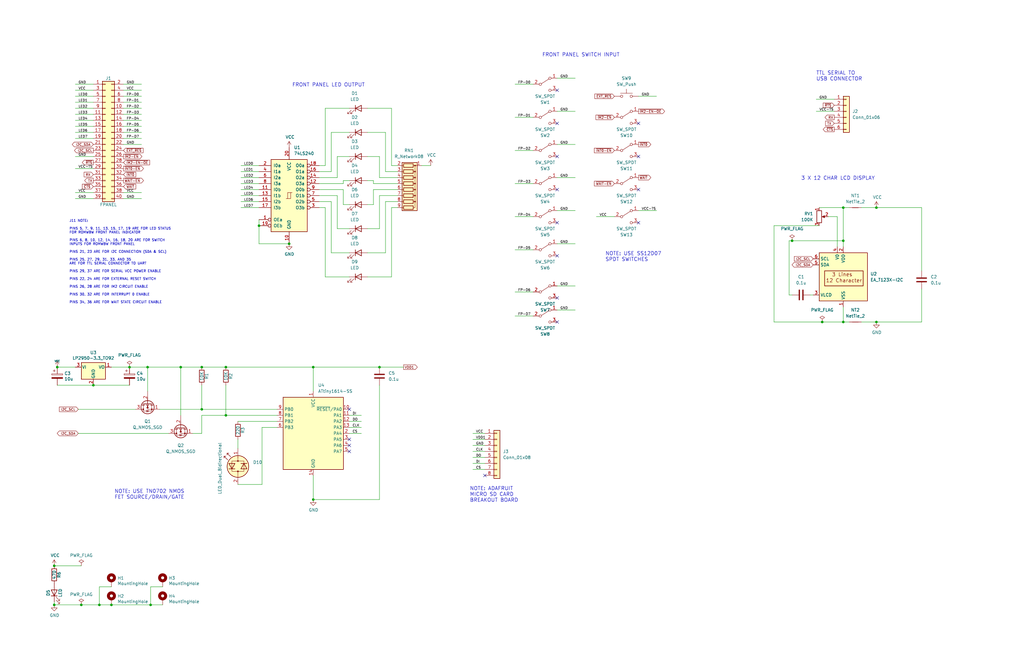
<source format=kicad_sch>
(kicad_sch (version 20211123) (generator eeschema)
  (paper "B")
  (lib_symbols
    (symbol "74xx:74LS240" (pin_names (offset 1.016))
      (property "Reference" "U" (at -7.62 16.51 0))
      (property "Value" "74LS240" (at -7.62 -16.51 0))
      (symbol "74LS240_1_0"
        (pin input inverted (at -12.7 -10.16 0) (length 5.08) (name "OEa") (number "1"))
        (pin power_in line (at 0 -20.32 90) (length 5.08) (name "GND") (number "10"))
        (pin input line (at -12.7 2.54 0) (length 5.08) (name "I0b") (number "11"))
        (pin tri_state inverted (at 12.7 5.08 180) (length 5.08) (name "O3a") (number "12"))
        (pin input line (at -12.7 0 0) (length 5.08) (name "I1b") (number "13"))
        (pin tri_state inverted (at 12.7 7.62 180) (length 5.08) (name "O2a") (number "14"))
        (pin input line (at -12.7 -2.54 0) (length 5.08) (name "I2b") (number "15"))
        (pin tri_state inverted (at 12.7 10.16 180) (length 5.08) (name "O1a") (number "16"))
        (pin input line (at -12.7 -5.08 0) (length 5.08) (name "I3b") (number "17"))
        (pin tri_state inverted (at 12.7 12.7 180) (length 5.08) (name "O0a") (number "18"))
        (pin input inverted (at -12.7 -12.7 0) (length 5.08) (name "OEb") (number "19"))
        (pin input line (at -12.7 12.7 0) (length 5.08) (name "I0a") (number "2"))
        (pin power_in line (at 0 20.32 270) (length 5.08) (name "VCC") (number "20"))
        (pin tri_state inverted (at 12.7 -5.08 180) (length 5.08) (name "O3b") (number "3"))
        (pin input line (at -12.7 10.16 0) (length 5.08) (name "I1a") (number "4"))
        (pin tri_state inverted (at 12.7 -2.54 180) (length 5.08) (name "O2b") (number "5"))
        (pin input line (at -12.7 7.62 0) (length 5.08) (name "I2a") (number "6"))
        (pin tri_state inverted (at 12.7 0 180) (length 5.08) (name "O1b") (number "7"))
        (pin input line (at -12.7 5.08 0) (length 5.08) (name "I3a") (number "8"))
        (pin tri_state inverted (at 12.7 2.54 180) (length 5.08) (name "O0b") (number "9"))
      )
    )
    (symbol "Connector_Generic:Conn_01x06" (pin_names (offset 1.016) hide)
      (property "Reference" "J" (at 0 7.62 0))
      (property "Value" "Conn_01x06" (at 0 -10.16 0))
      (symbol "Conn_01x06_1_1"
        (pin passive line (at -5.08 5.08 0) (length 3.81) (name "Pin_1") (number "1"))
        (pin passive line (at -5.08 2.54 0) (length 3.81) (name "Pin_2") (number "2"))
        (pin passive line (at -5.08 0 0) (length 3.81) (name "Pin_3") (number "3"))
        (pin passive line (at -5.08 -2.54 0) (length 3.81) (name "Pin_4") (number "4"))
        (pin passive line (at -5.08 -5.08 0) (length 3.81) (name "Pin_5") (number "5"))
        (pin passive line (at -5.08 -7.62 0) (length 3.81) (name "Pin_6") (number "6"))
      )
    )
    (symbol "Connector_Generic:Conn_01x08" (pin_names (offset 1.016) hide)
      (property "Reference" "J" (at 0 10.16 0))
      (property "Value" "Conn_01x08" (at 0 -12.7 0))
      (symbol "Conn_01x08_1_1"
        (pin passive line (at -5.08 7.62 0) (length 3.81) (name "Pin_1") (number "1"))
        (pin passive line (at -5.08 5.08 0) (length 3.81) (name "Pin_2") (number "2"))
        (pin passive line (at -5.08 2.54 0) (length 3.81) (name "Pin_3") (number "3"))
        (pin passive line (at -5.08 0 0) (length 3.81) (name "Pin_4") (number "4"))
        (pin passive line (at -5.08 -2.54 0) (length 3.81) (name "Pin_5") (number "5"))
        (pin passive line (at -5.08 -5.08 0) (length 3.81) (name "Pin_6") (number "6"))
        (pin passive line (at -5.08 -7.62 0) (length 3.81) (name "Pin_7") (number "7"))
        (pin passive line (at -5.08 -10.16 0) (length 3.81) (name "Pin_8") (number "8"))
      )
    )
    (symbol "Connector_Generic:Conn_02x20_Odd_Even" (pin_names (offset 1.016) hide)
      (property "Reference" "J" (at 1.27 25.4 0))
      (property "Value" "Conn_02x20_Odd_Even" (at 1.27 -27.94 0))
      (symbol "Conn_02x20_Odd_Even_1_1"
        (pin passive line (at -5.08 22.86 0) (length 3.81) (name "Pin_1") (number "1"))
        (pin passive line (at 7.62 12.7 180) (length 3.81) (name "Pin_10") (number "10"))
        (pin passive line (at -5.08 10.16 0) (length 3.81) (name "Pin_11") (number "11"))
        (pin passive line (at 7.62 10.16 180) (length 3.81) (name "Pin_12") (number "12"))
        (pin passive line (at -5.08 7.62 0) (length 3.81) (name "Pin_13") (number "13"))
        (pin passive line (at 7.62 7.62 180) (length 3.81) (name "Pin_14") (number "14"))
        (pin passive line (at -5.08 5.08 0) (length 3.81) (name "Pin_15") (number "15"))
        (pin passive line (at 7.62 5.08 180) (length 3.81) (name "Pin_16") (number "16"))
        (pin passive line (at -5.08 2.54 0) (length 3.81) (name "Pin_17") (number "17"))
        (pin passive line (at 7.62 2.54 180) (length 3.81) (name "Pin_18") (number "18"))
        (pin passive line (at -5.08 0 0) (length 3.81) (name "Pin_19") (number "19"))
        (pin passive line (at 7.62 22.86 180) (length 3.81) (name "Pin_2") (number "2"))
        (pin passive line (at 7.62 0 180) (length 3.81) (name "Pin_20") (number "20"))
        (pin passive line (at -5.08 -2.54 0) (length 3.81) (name "Pin_21") (number "21"))
        (pin passive line (at 7.62 -2.54 180) (length 3.81) (name "Pin_22") (number "22"))
        (pin passive line (at -5.08 -5.08 0) (length 3.81) (name "Pin_23") (number "23"))
        (pin passive line (at 7.62 -5.08 180) (length 3.81) (name "Pin_24") (number "24"))
        (pin passive line (at -5.08 -7.62 0) (length 3.81) (name "Pin_25") (number "25"))
        (pin passive line (at 7.62 -7.62 180) (length 3.81) (name "Pin_26") (number "26"))
        (pin passive line (at -5.08 -10.16 0) (length 3.81) (name "Pin_27") (number "27"))
        (pin passive line (at 7.62 -10.16 180) (length 3.81) (name "Pin_28") (number "28"))
        (pin passive line (at -5.08 -12.7 0) (length 3.81) (name "Pin_29") (number "29"))
        (pin passive line (at -5.08 20.32 0) (length 3.81) (name "Pin_3") (number "3"))
        (pin passive line (at 7.62 -12.7 180) (length 3.81) (name "Pin_30") (number "30"))
        (pin passive line (at -5.08 -15.24 0) (length 3.81) (name "Pin_31") (number "31"))
        (pin passive line (at 7.62 -15.24 180) (length 3.81) (name "Pin_32") (number "32"))
        (pin passive line (at -5.08 -17.78 0) (length 3.81) (name "Pin_33") (number "33"))
        (pin passive line (at 7.62 -17.78 180) (length 3.81) (name "Pin_34") (number "34"))
        (pin passive line (at -5.08 -20.32 0) (length 3.81) (name "Pin_35") (number "35"))
        (pin passive line (at 7.62 -20.32 180) (length 3.81) (name "Pin_36") (number "36"))
        (pin passive line (at -5.08 -22.86 0) (length 3.81) (name "Pin_37") (number "37"))
        (pin passive line (at 7.62 -22.86 180) (length 3.81) (name "Pin_38") (number "38"))
        (pin passive line (at -5.08 -25.4 0) (length 3.81) (name "Pin_39") (number "39"))
        (pin passive line (at 7.62 20.32 180) (length 3.81) (name "Pin_4") (number "4"))
        (pin passive line (at 7.62 -25.4 180) (length 3.81) (name "Pin_40") (number "40"))
        (pin passive line (at -5.08 17.78 0) (length 3.81) (name "Pin_5") (number "5"))
        (pin passive line (at 7.62 17.78 180) (length 3.81) (name "Pin_6") (number "6"))
        (pin passive line (at -5.08 15.24 0) (length 3.81) (name "Pin_7") (number "7"))
        (pin passive line (at 7.62 15.24 180) (length 3.81) (name "Pin_8") (number "8"))
        (pin passive line (at -5.08 12.7 0) (length 3.81) (name "Pin_9") (number "9"))
      )
    )
    (symbol "Device:C" (pin_numbers hide) (pin_names (offset 0.254))
      (property "Reference" "C" (at 0.635 2.54 0))
      (property "Value" "C" (at 0.635 -2.54 0))
      (symbol "C_1_1"
        (pin passive line (at 0 3.81 270) (length 2.794) (name "~") (number "1"))
        (pin passive line (at 0 -3.81 90) (length 2.794) (name "~") (number "2"))
      )
    )
    (symbol "Device:C_Polarized" (pin_numbers hide) (pin_names (offset 0.254))
      (property "Reference" "C" (at 0.635 2.54 0))
      (property "Value" "C_Polarized" (at 0.635 -2.54 0))
      (symbol "C_Polarized_1_1"
        (pin passive line (at 0 3.81 270) (length 2.794) (name "~") (number "1"))
        (pin passive line (at 0 -3.81 90) (length 2.794) (name "~") (number "2"))
      )
    )
    (symbol "Device:LED" (pin_numbers hide) (pin_names (offset 1.016) hide)
      (property "Reference" "D" (at 0 2.54 0))
      (property "Value" "LED" (at 0 -2.54 0))
      (symbol "LED_1_1"
        (pin passive line (at -3.81 0 0) (length 2.54) (name "K") (number "1"))
        (pin passive line (at 3.81 0 180) (length 2.54) (name "A") (number "2"))
      )
    )
    (symbol "Device:LED_Dual_Bidirectional" (pin_names (offset 0) hide)
      (property "Reference" "D" (at 0 5.715 0))
      (property "Value" "LED_Dual_Bidirectional" (at 0 -6.35 0))
      (symbol "LED_Dual_Bidirectional_1_1"
        (pin input line (at 7.62 0 180) (length 3.81) (name "KA") (number "1"))
        (pin input line (at -7.62 0 0) (length 3.048) (name "AK") (number "2"))
      )
    )
    (symbol "Device:NetTie_2" (pin_numbers hide) (pin_names (offset 0) hide) (in_bom no)
      (property "Reference" "NT" (at 0 1.27 0))
      (property "Value" "NetTie_2" (at 0 -1.27 0))
      (symbol "NetTie_2_1_1"
        (pin passive line (at -2.54 0 0) (length 2.54) (name "1") (number "1"))
        (pin passive line (at 2.54 0 180) (length 2.54) (name "2") (number "2"))
      )
    )
    (symbol "Device:Q_NMOS_SGD" (pin_names (offset 0) hide)
      (property "Reference" "Q" (at 5.08 1.27 0))
      (property "Value" "Q_NMOS_SGD" (at 5.08 -1.27 0))
      (symbol "Q_NMOS_SGD_1_1"
        (pin passive line (at 2.54 -5.08 90) (length 2.54) (name "S") (number "1"))
        (pin input line (at -5.08 0 0) (length 5.08) (name "G") (number "2"))
        (pin passive line (at 2.54 5.08 270) (length 2.54) (name "D") (number "3"))
      )
    )
    (symbol "Device:R" (pin_numbers hide) (pin_names (offset 0))
      (property "Reference" "R" (at 2.032 0 90))
      (property "Value" "R" (at 0 0 90))
      (symbol "R_1_1"
        (pin passive line (at 0 3.81 270) (length 1.27) (name "~") (number "1"))
        (pin passive line (at 0 -3.81 90) (length 1.27) (name "~") (number "2"))
      )
    )
    (symbol "Device:R_Network08" (pin_names (offset 0) hide)
      (property "Reference" "RN" (at -12.7 0 90))
      (property "Value" "R_Network08" (at 10.16 0 90))
      (symbol "R_Network08_1_1"
        (pin passive line (at -10.16 5.08 270) (length 2.54) (name "common") (number "1"))
        (pin passive line (at -10.16 -5.08 90) (length 1.27) (name "R1") (number "2"))
        (pin passive line (at -7.62 -5.08 90) (length 1.27) (name "R2") (number "3"))
        (pin passive line (at -5.08 -5.08 90) (length 1.27) (name "R3") (number "4"))
        (pin passive line (at -2.54 -5.08 90) (length 1.27) (name "R4") (number "5"))
        (pin passive line (at 0 -5.08 90) (length 1.27) (name "R5") (number "6"))
        (pin passive line (at 2.54 -5.08 90) (length 1.27) (name "R6") (number "7"))
        (pin passive line (at 5.08 -5.08 90) (length 1.27) (name "R7") (number "8"))
        (pin passive line (at 7.62 -5.08 90) (length 1.27) (name "R8") (number "9"))
      )
    )
    (symbol "Device:R_Potentiometer" (pin_names (offset 1.016) hide)
      (property "Reference" "RV" (at -4.445 0 90))
      (property "Value" "R_Potentiometer" (at -2.54 0 90))
      (symbol "R_Potentiometer_1_1"
        (pin passive line (at 0 3.81 270) (length 1.27) (name "1") (number "1"))
        (pin passive line (at 3.81 0 180) (length 1.27) (name "2") (number "2"))
        (pin passive line (at 0 -3.81 90) (length 1.27) (name "3") (number "3"))
      )
    )
    (symbol "Display_Character:EA_T123X-I2C"
      (property "Reference" "U" (at -8.89 11.43 0))
      (property "Value" "EA_T123X-I2C" (at 3.556 11.684 0))
      (symbol "EA_T123X-I2C_0_0"
        (text "12 Character" (at -7.366 -1.524 0) (effects (font (size 1.524 1.524)) (justify left)))
        (text "3 Lines" (at -4.826 1.016 0) (effects (font (size 1.524 1.524)) (justify left)))
      )
      (symbol "EA_T123X-I2C_1_1"
        (pin power_in line (at 0 -12.7 90) (length 2.54) (name "VSS") (number "1"))
        (pin power_in line (at 0 12.7 270) (length 2.54) (name "VDD") (number "2"))
        (pin input line (at -12.7 -7.62 0) (length 2.54) (name "VLCD") (number "3"))
        (pin power_in line (at -2.54 12.7 270) (length 2.54) (name "V0") (number "4"))
        (pin bidirectional line (at -12.7 5.08 0) (length 2.54) (name "SDA") (number "5"))
        (pin input line (at -12.7 7.62 0) (length 2.54) (name "SCL") (number "6"))
      )
    )
    (symbol "MCU_Microchip_ATtiny:ATtiny1614-SS"
      (property "Reference" "U" (at -12.7 16.51 0))
      (property "Value" "ATtiny1614-SS" (at 2.54 -16.51 0))
      (symbol "ATtiny1614-SS_1_1"
        (pin power_in line (at 0 17.78 270) (length 2.54) (name "VCC") (number "1"))
        (pin bidirectional line (at 15.24 10.16 180) (length 2.54) (name "~{RESET}/PA0") (number "10"))
        (pin bidirectional line (at 15.24 7.62 180) (length 2.54) (name "PA1") (number "11"))
        (pin bidirectional line (at 15.24 5.08 180) (length 2.54) (name "PA2") (number "12"))
        (pin bidirectional line (at 15.24 2.54 180) (length 2.54) (name "PA3") (number "13"))
        (pin power_in line (at 0 -17.78 90) (length 2.54) (name "GND") (number "14"))
        (pin bidirectional line (at 15.24 0 180) (length 2.54) (name "PA4") (number "2"))
        (pin bidirectional line (at 15.24 -2.54 180) (length 2.54) (name "PA5") (number "3"))
        (pin bidirectional line (at 15.24 -5.08 180) (length 2.54) (name "PA6") (number "4"))
        (pin bidirectional line (at 15.24 -7.62 180) (length 2.54) (name "PA7") (number "5"))
        (pin bidirectional line (at -15.24 2.54 0) (length 2.54) (name "PB3") (number "6"))
        (pin bidirectional line (at -15.24 5.08 0) (length 2.54) (name "PB2") (number "7"))
        (pin bidirectional line (at -15.24 7.62 0) (length 2.54) (name "PB1") (number "8"))
        (pin bidirectional line (at -15.24 10.16 0) (length 2.54) (name "PB0") (number "9"))
      )
    )
    (symbol "Mechanical:MountingHole_Pad" (pin_numbers hide) (pin_names (offset 1.016) hide)
      (property "Reference" "H" (at 0 6.35 0))
      (property "Value" "MountingHole_Pad" (at 0 4.445 0))
      (symbol "MountingHole_Pad_1_1"
        (pin input line (at 0 -2.54 90) (length 2.54) (name "1") (number "1"))
      )
    )
    (symbol "Regulator_Linear:LP2950-3.3_TO92" (pin_names (offset 0.254))
      (property "Reference" "U" (at -3.81 3.175 0))
      (property "Value" "LP2950-3.3_TO92" (at 0 3.175 0))
      (symbol "LP2950-3.3_TO92_1_1"
        (pin power_out line (at 7.62 0 180) (length 2.54) (name "VO") (number "1"))
        (pin power_in line (at 0 -7.62 90) (length 2.54) (name "GND") (number "2"))
        (pin power_in line (at -7.62 0 0) (length 2.54) (name "VI") (number "3"))
      )
    )
    (symbol "Switch:SW_Push" (pin_numbers hide) (pin_names (offset 1.016) hide)
      (property "Reference" "SW" (at 1.27 2.54 0))
      (property "Value" "SW_Push" (at 0 -1.524 0))
      (symbol "SW_Push_0_1"
        (pin passive line (at -5.08 0 0) (length 2.54) (name "1") (number "1"))
        (pin passive line (at 5.08 0 180) (length 2.54) (name "2") (number "2"))
      )
    )
    (symbol "Switch:SW_SPDT" (pin_names (offset 0) hide)
      (property "Reference" "SW" (at 0 4.318 0))
      (property "Value" "SW_SPDT" (at 0 -5.08 0))
      (symbol "SW_SPDT_1_1"
        (pin passive line (at 5.08 2.54 180) (length 2.54) (name "A") (number "1"))
        (pin passive line (at -5.08 0 0) (length 2.54) (name "B") (number "2"))
        (pin passive line (at 5.08 -2.54 180) (length 2.54) (name "C") (number "3"))
      )
    )
    (symbol "power:GND" (power) (pin_names (offset 0))
      (property "Value" "GND" (at 0 -3.81 0))
      (symbol "GND_1_1"
        (pin power_in line (at 0 0 270) (length 0) hide (name "GND") (number "1"))
      )
    )
    (symbol "power:PWR_FLAG" (power) (pin_numbers hide) (pin_names (offset 0) hide)
      (property "Value" "PWR_FLAG" (at 0 3.81 0))
      (symbol "PWR_FLAG_0_0"
        (pin power_out line (at 0 0 90) (length 0) (name "pwr") (number "1"))
      )
    )
    (symbol "power:VCC" (power) (pin_names (offset 0))
      (property "Value" "VCC" (at 0 3.81 0))
      (symbol "VCC_1_1"
        (pin power_in line (at 0 0 90) (length 0) hide (name "VCC") (number "1"))
      )
    )
  )
  (junction (at 109.22 95.25))
  (junction (at 39.37 162.56))
  (junction (at 160.02 154.94))
  (junction (at 76.2 154.94))
  (junction (at 132.08 210.82))
  (junction (at 346.71 135.89))
  (junction (at 22.86 238.76))
  (junction (at 24.13 154.94))
  (junction (at 132.08 154.94))
  (junction (at 95.25 175.26))
  (junction (at 62.23 154.94))
  (junction (at 54.61 154.94))
  (junction (at 63.5 255.27))
  (junction (at 121.92 102.87))
  (junction (at 355.6 101.6))
  (junction (at 355.6 87.63))
  (junction (at 46.99 255.27))
  (junction (at 95.25 154.94))
  (junction (at 85.09 154.94))
  (junction (at 22.86 255.27))
  (junction (at 34.29 255.27))
  (junction (at 355.6 135.89))
  (junction (at 41.91 255.27))
  (junction (at 369.57 135.89))
  (junction (at 85.09 172.72))
  (junction (at 369.57 87.63))
  (junction (at 334.01 101.6))
  (no_connect (at 269.24 66.04))
  (no_connect (at 234.95 38.1))
  (no_connect (at 147.32 190.5))
  (no_connect (at 234.95 52.07))
  (no_connect (at 269.24 52.07))
  (no_connect (at 234.95 135.89))
  (no_connect (at 269.24 80.01))
  (no_connect (at 234.95 80.01))
  (no_connect (at 234.95 66.04))
  (no_connect (at 234.95 93.98))
  (no_connect (at 204.47 200.66))
  (no_connect (at 234.95 125.73))
  (no_connect (at 269.24 93.98))
  (no_connect (at 234.95 107.95))
  (no_connect (at 147.32 185.42))
  (no_connect (at 147.32 172.72))
  (no_connect (at 147.32 187.96))
  (wire (pts (xy 31.75 55.88) (xy 39.37 55.88)))
  (wire (pts (xy 217.17 105.41) (xy 224.79 105.41)))
  (wire (pts (xy 157.48 76.2) (xy 157.48 77.47)))
  (wire (pts (xy 31.75 35.56) (xy 39.37 35.56)))
  (wire (pts (xy 134.62 74.93) (xy 142.24 74.93)))
  (wire (pts (xy 165.1 87.63) (xy 165.1 116.84)))
  (wire (pts (xy 326.39 135.89) (xy 346.71 135.89)))
  (wire (pts (xy 139.7 106.68) (xy 147.32 106.68)))
  (wire (pts (xy 31.75 81.28) (xy 39.37 81.28)))
  (wire (pts (xy 332.74 101.6) (xy 332.74 124.46)))
  (wire (pts (xy 100.33 185.42) (xy 100.33 189.23)))
  (wire (pts (xy 137.16 45.72) (xy 147.32 45.72)))
  (wire (pts (xy 85.09 154.94) (xy 95.25 154.94)))
  (wire (pts (xy 344.17 41.91) (xy 351.79 41.91)))
  (wire (pts (xy 101.6 69.85) (xy 109.22 69.85)))
  (wire (pts (xy 31.75 53.34) (xy 39.37 53.34)))
  (wire (pts (xy 63.5 247.65) (xy 63.5 255.27)))
  (wire (pts (xy 52.07 58.42) (xy 59.69 58.42)))
  (wire (pts (xy 144.78 77.47) (xy 144.78 76.2)))
  (wire (pts (xy 52.07 48.26) (xy 59.69 48.26)))
  (wire (pts (xy 355.6 129.54) (xy 355.6 135.89)))
  (wire (pts (xy 31.75 66.04) (xy 39.37 66.04)))
  (wire (pts (xy 154.94 55.88) (xy 162.56 55.88)))
  (wire (pts (xy 157.48 77.47) (xy 167.64 77.47)))
  (wire (pts (xy 369.57 87.63) (xy 388.62 87.63)))
  (wire (pts (xy 33.02 182.88) (xy 71.12 182.88)))
  (wire (pts (xy 147.32 116.84) (xy 137.16 116.84)))
  (wire (pts (xy 46.99 154.94) (xy 54.61 154.94)))
  (wire (pts (xy 109.22 92.71) (xy 109.22 95.25)))
  (wire (pts (xy 52.07 50.8) (xy 59.69 50.8)))
  (wire (pts (xy 52.07 81.28) (xy 59.69 81.28)))
  (wire (pts (xy 147.32 175.26) (xy 152.4 175.26)))
  (wire (pts (xy 101.6 85.09) (xy 109.22 85.09)))
  (wire (pts (xy 162.56 85.09) (xy 162.56 106.68)))
  (wire (pts (xy 154.94 96.52) (xy 160.02 96.52)))
  (wire (pts (xy 160.02 96.52) (xy 160.02 82.55)))
  (wire (pts (xy 52.07 35.56) (xy 59.69 35.56)))
  (wire (pts (xy 234.95 120.65) (xy 242.57 120.65)))
  (wire (pts (xy 217.17 91.44) (xy 224.79 91.44)))
  (wire (pts (xy 132.08 210.82) (xy 160.02 210.82)))
  (wire (pts (xy 52.07 40.64) (xy 59.69 40.64)))
  (wire (pts (xy 101.6 72.39) (xy 109.22 72.39)))
  (wire (pts (xy 31.75 45.72) (xy 39.37 45.72)))
  (wire (pts (xy 137.16 87.63) (xy 134.62 87.63)))
  (wire (pts (xy 344.17 46.99) (xy 351.79 46.99)))
  (wire (pts (xy 39.37 162.56) (xy 54.61 162.56)))
  (wire (pts (xy 85.09 182.88) (xy 81.28 182.88)))
  (wire (pts (xy 142.24 82.55) (xy 134.62 82.55)))
  (wire (pts (xy 162.56 72.39) (xy 167.64 72.39)))
  (wire (pts (xy 144.78 86.36) (xy 147.32 86.36)))
  (wire (pts (xy 116.84 180.34) (xy 110.49 180.34)))
  (wire (pts (xy 355.6 135.89) (xy 358.14 135.89)))
  (wire (pts (xy 346.71 135.89) (xy 355.6 135.89)))
  (wire (pts (xy 217.17 63.5) (xy 224.79 63.5)))
  (wire (pts (xy 46.99 255.27) (xy 41.91 255.27)))
  (wire (pts (xy 167.64 87.63) (xy 165.1 87.63)))
  (wire (pts (xy 62.23 154.94) (xy 62.23 165.1)))
  (wire (pts (xy 142.24 66.04) (xy 147.32 66.04)))
  (wire (pts (xy 154.94 76.2) (xy 157.48 76.2)))
  (wire (pts (xy 162.56 55.88) (xy 162.56 72.39)))
  (wire (pts (xy 134.62 69.85) (xy 137.16 69.85)))
  (wire (pts (xy 101.6 82.55) (xy 109.22 82.55)))
  (wire (pts (xy 110.49 180.34) (xy 110.49 204.47)))
  (wire (pts (xy 165.1 69.85) (xy 167.64 69.85)))
  (wire (pts (xy 199.39 185.42) (xy 204.47 185.42)))
  (wire (pts (xy 68.58 255.27) (xy 63.5 255.27)))
  (wire (pts (xy 31.75 50.8) (xy 39.37 50.8)))
  (wire (pts (xy 52.07 43.18) (xy 59.69 43.18)))
  (wire (pts (xy 334.01 101.6) (xy 332.74 101.6)))
  (wire (pts (xy 41.91 255.27) (xy 34.29 255.27)))
  (wire (pts (xy 269.24 88.9) (xy 276.86 88.9)))
  (wire (pts (xy 46.99 247.65) (xy 41.91 247.65)))
  (wire (pts (xy 234.95 88.9) (xy 242.57 88.9)))
  (wire (pts (xy 95.25 162.56) (xy 95.25 175.26)))
  (wire (pts (xy 31.75 43.18) (xy 39.37 43.18)))
  (wire (pts (xy 95.25 154.94) (xy 132.08 154.94)))
  (wire (pts (xy 139.7 72.39) (xy 139.7 55.88)))
  (wire (pts (xy 269.24 40.64) (xy 276.86 40.64)))
  (wire (pts (xy 62.23 154.94) (xy 76.2 154.94)))
  (wire (pts (xy 139.7 55.88) (xy 147.32 55.88)))
  (wire (pts (xy 332.74 124.46) (xy 334.01 124.46)))
  (wire (pts (xy 24.13 162.56) (xy 39.37 162.56)))
  (wire (pts (xy 199.39 187.96) (xy 204.47 187.96)))
  (wire (pts (xy 110.49 204.47) (xy 100.33 204.47)))
  (wire (pts (xy 101.6 74.93) (xy 109.22 74.93)))
  (wire (pts (xy 142.24 74.93) (xy 142.24 66.04)))
  (wire (pts (xy 101.6 87.63) (xy 109.22 87.63)))
  (wire (pts (xy 76.2 154.94) (xy 76.2 175.26)))
  (wire (pts (xy 144.78 80.01) (xy 144.78 86.36)))
  (wire (pts (xy 234.95 74.93) (xy 242.57 74.93)))
  (wire (pts (xy 199.39 182.88) (xy 204.47 182.88)))
  (wire (pts (xy 234.95 33.02) (xy 242.57 33.02)))
  (wire (pts (xy 157.48 86.36) (xy 154.94 86.36)))
  (wire (pts (xy 147.32 96.52) (xy 142.24 96.52)))
  (wire (pts (xy 165.1 116.84) (xy 154.94 116.84)))
  (wire (pts (xy 134.62 80.01) (xy 144.78 80.01)))
  (wire (pts (xy 353.06 91.44) (xy 349.25 91.44)))
  (wire (pts (xy 134.62 72.39) (xy 139.7 72.39)))
  (wire (pts (xy 76.2 154.94) (xy 85.09 154.94)))
  (wire (pts (xy 217.17 49.53) (xy 224.79 49.53)))
  (wire (pts (xy 22.86 254) (xy 22.86 255.27)))
  (wire (pts (xy 67.31 172.72) (xy 85.09 172.72)))
  (wire (pts (xy 234.95 130.81) (xy 242.57 130.81)))
  (wire (pts (xy 160.02 66.04) (xy 154.94 66.04)))
  (wire (pts (xy 31.75 83.82) (xy 39.37 83.82)))
  (wire (pts (xy 109.22 95.25) (xy 109.22 102.87)))
  (wire (pts (xy 162.56 106.68) (xy 154.94 106.68)))
  (wire (pts (xy 31.75 58.42) (xy 39.37 58.42)))
  (wire (pts (xy 199.39 198.12) (xy 204.47 198.12)))
  (wire (pts (xy 217.17 133.35) (xy 224.79 133.35)))
  (wire (pts (xy 85.09 175.26) (xy 85.09 182.88)))
  (wire (pts (xy 160.02 74.93) (xy 160.02 66.04)))
  (wire (pts (xy 234.95 102.87) (xy 242.57 102.87)))
  (wire (pts (xy 31.75 40.64) (xy 39.37 40.64)))
  (wire (pts (xy 147.32 177.8) (xy 152.4 177.8)))
  (wire (pts (xy 167.64 74.93) (xy 160.02 74.93)))
  (wire (pts (xy 199.39 190.5) (xy 204.47 190.5)))
  (wire (pts (xy 217.17 77.47) (xy 224.79 77.47)))
  (wire (pts (xy 363.22 135.89) (xy 369.57 135.89)))
  (wire (pts (xy 147.32 182.88) (xy 152.4 182.88)))
  (wire (pts (xy 363.22 87.63) (xy 369.57 87.63)))
  (wire (pts (xy 109.22 102.87) (xy 121.92 102.87)))
  (wire (pts (xy 341.63 124.46) (xy 342.9 124.46)))
  (wire (pts (xy 31.75 48.26) (xy 39.37 48.26)))
  (wire (pts (xy 52.07 83.82) (xy 59.69 83.82)))
  (wire (pts (xy 52.07 60.96) (xy 59.69 60.96)))
  (wire (pts (xy 132.08 154.94) (xy 132.08 165.1)))
  (wire (pts (xy 54.61 154.94) (xy 62.23 154.94)))
  (wire (pts (xy 154.94 45.72) (xy 165.1 45.72)))
  (wire (pts (xy 33.02 172.72) (xy 57.15 172.72)))
  (wire (pts (xy 251.46 91.44) (xy 259.08 91.44)))
  (wire (pts (xy 142.24 96.52) (xy 142.24 82.55)))
  (wire (pts (xy 31.75 38.1) (xy 39.37 38.1)))
  (wire (pts (xy 217.17 123.19) (xy 224.79 123.19)))
  (wire (pts (xy 147.32 180.34) (xy 152.4 180.34)))
  (wire (pts (xy 134.62 77.47) (xy 144.78 77.47)))
  (wire (pts (xy 345.44 87.63) (xy 355.6 87.63)))
  (wire (pts (xy 334.01 101.6) (xy 355.6 101.6)))
  (wire (pts (xy 41.91 247.65) (xy 41.91 255.27)))
  (wire (pts (xy 68.58 247.65) (xy 63.5 247.65)))
  (wire (pts (xy 132.08 154.94) (xy 160.02 154.94)))
  (wire (pts (xy 199.39 193.04) (xy 204.47 193.04)))
  (wire (pts (xy 167.64 85.09) (xy 162.56 85.09)))
  (wire (pts (xy 144.78 76.2) (xy 147.32 76.2)))
  (wire (pts (xy 101.6 80.01) (xy 109.22 80.01)))
  (wire (pts (xy 101.6 77.47) (xy 109.22 77.47)))
  (wire (pts (xy 388.62 135.89) (xy 369.57 135.89)))
  (wire (pts (xy 52.07 53.34) (xy 59.69 53.34)))
  (wire (pts (xy 177.8 69.85) (xy 181.61 69.85)))
  (wire (pts (xy 52.07 38.1) (xy 59.69 38.1)))
  (wire (pts (xy 157.48 80.01) (xy 157.48 86.36)))
  (wire (pts (xy 345.44 95.25) (xy 326.39 95.25)))
  (wire (pts (xy 24.13 154.94) (xy 31.75 154.94)))
  (wire (pts (xy 46.99 255.27) (xy 63.5 255.27)))
  (wire (pts (xy 234.95 60.96) (xy 242.57 60.96)))
  (wire (pts (xy 355.6 87.63) (xy 358.14 87.63)))
  (wire (pts (xy 132.08 200.66) (xy 132.08 210.82)))
  (wire (pts (xy 234.95 46.99) (xy 242.57 46.99)))
  (wire (pts (xy 85.09 172.72) (xy 116.84 172.72)))
  (wire (pts (xy 388.62 87.63) (xy 388.62 114.3)))
  (wire (pts (xy 353.06 104.14) (xy 353.06 91.44)))
  (wire (pts (xy 52.07 45.72) (xy 59.69 45.72)))
  (wire (pts (xy 52.07 55.88) (xy 59.69 55.88)))
  (wire (pts (xy 100.33 177.8) (xy 116.84 177.8)))
  (wire (pts (xy 22.86 238.76) (xy 34.29 238.76)))
  (wire (pts (xy 116.84 175.26) (xy 95.25 175.26)))
  (wire (pts (xy 355.6 101.6) (xy 355.6 104.14)))
  (wire (pts (xy 139.7 85.09) (xy 139.7 106.68)))
  (wire (pts (xy 355.6 87.63) (xy 355.6 101.6)))
  (wire (pts (xy 199.39 195.58) (xy 204.47 195.58)))
  (wire (pts (xy 167.64 80.01) (xy 157.48 80.01)))
  (wire (pts (xy 160.02 154.94) (xy 170.18 154.94)))
  (wire (pts (xy 137.16 116.84) (xy 137.16 87.63)))
  (wire (pts (xy 326.39 95.25) (xy 326.39 135.89)))
  (wire (pts (xy 34.29 255.27) (xy 22.86 255.27)))
  (wire (pts (xy 134.62 85.09) (xy 139.7 85.09)))
  (wire (pts (xy 85.09 162.56) (xy 85.09 172.72)))
  (wire (pts (xy 160.02 82.55) (xy 167.64 82.55)))
  (wire (pts (xy 388.62 121.92) (xy 388.62 135.89)))
  (wire (pts (xy 31.75 71.12) (xy 39.37 71.12)))
  (wire (pts (xy 165.1 45.72) (xy 165.1 69.85)))
  (wire (pts (xy 95.25 175.26) (xy 85.09 175.26)))
  (wire (pts (xy 217.17 35.56) (xy 224.79 35.56)))
  (wire (pts (xy 160.02 162.56) (xy 160.02 210.82)))
  (wire (pts (xy 137.16 69.85) (xy 137.16 45.72)))
  (text "FRONT PANEL LED OUTPUT" (at 123.19 36.83 0) (effects (font (size 1.524 1.524)) (justify left bottom)))
  (text "NOTE: USE TN0702 NMOS\nFET SOURCE/DRAIN/GATE" (at 48.26 210.82 0) (effects (font (size 1.524 1.524)) (justify left bottom)))
  (text "J11 NOTE: \n\nPINS 5, 7, 9, 11, 13, 15, 17, 19 ARE FOR LED STATUS\nFOR ROMWBW FRONT PANEL INDICATOR\n\nPINS 6, 8, 10, 12, 14, 16, 18, 20 ARE FOR SWITCH\nINPUTS FOR ROMWBW FRONT PANEL\n\nPINS 21, 23 ARE FOR I2C CONNECTION (SDA & SCL)\n\nPINS 25, 27, 29, 31, 33, AND 35\nARE FOR TTL SERIAL CONNECTOR TO UART\n\nPINS 29, 37 ARE FOR SERIAL VCC POWER ENABLE\n\nPINS 22, 24 ARE FOR EXTERNAL RESET SWITCH\n\nPINS 26, 28 ARE FOR IM2 CIRCUIT ENABLE\n\nPINS 30, 32 ARE FOR INTERRUPT 0 ENABLE\n\nPINS 34, 36 ARE FOR WAIT STATE CIRCUIT ENABLE" (at 29.21 128.27 0) (effects (font (size 1.016 1.016)) (justify left bottom)))
  (text "NOTE: ADAFRUIT\nMICRO SD CARD\nBREAKOUT BOARD" (at 198.12 212.09 0) (effects (font (size 1.524 1.524)) (justify left bottom)))
  (text "3 X 12 CHAR LCD DISPLAY" (at 337.82 76.2 0) (effects (font (size 1.524 1.524)) (justify left bottom)))
  (text "NOTE: USE SS12D07\nSPDT SWITCHES" (at 255.27 110.49 0) (effects (font (size 1.524 1.524)) (justify left bottom)))
  (text "FRONT PANEL SWITCH INPUT" (at 228.6 24.13 0) (effects (font (size 1.524 1.524)) (justify left bottom)))
  (text "TTL SERIAL TO \nUSB CONNECTOR" (at 344.17 34.29 0) (effects (font (size 1.524 1.524)) (justify left bottom)))
  (label "LED4" (at 102.87 80.01 0) (effects (font (size 1.016 1.016))))
  (label "LED6" (at 102.87 85.09 0) (effects (font (size 1.016 1.016))))
  (label "FP-D5" (at 218.44 105.41 0) (effects (font (size 1.016 1.016))))
  (label "LED0" (at 102.87 69.85 0) (effects (font (size 1.016 1.016))))
  (label "GND" (at 236.22 120.65 0) (effects (font (size 1.016 1.016))))
  (label "VCC" (at 53.34 38.1 0) (effects (font (size 1.016 1.016))))
  (label "GND" (at 270.51 40.64 0) (effects (font (size 1.016 1.016))))
  (label "LED1" (at 102.87 72.39 0) (effects (font (size 1.016 1.016))))
  (label "GND" (at 236.22 130.81 0) (effects (font (size 1.016 1.016))))
  (label "GND" (at 236.22 88.9 0) (effects (font (size 1.016 1.016))))
  (label "GND" (at 236.22 60.96 0) (effects (font (size 1.016 1.016))))
  (label "CLK" (at 200.66 190.5 0) (effects (font (size 1.016 1.016))))
  (label "GND" (at 53.34 60.96 0) (effects (font (size 1.016 1.016))))
  (label "CLK" (at 148.59 180.34 0) (effects (font (size 1.016 1.016))))
  (label "DO" (at 148.59 177.8 0) (effects (font (size 1.016 1.016))))
  (label "FP-D1" (at 53.34 43.18 0) (effects (font (size 1.016 1.016))))
  (label "GND" (at 33.02 35.56 0) (effects (font (size 1.016 1.016))))
  (label "VCC" (at 33.02 81.28 0) (effects (font (size 1.016 1.016))))
  (label "LED5" (at 102.87 82.55 0) (effects (font (size 1.016 1.016))))
  (label "FP-D3" (at 218.44 77.47 0) (effects (font (size 1.016 1.016))))
  (label "FP-D0" (at 218.44 35.56 0) (effects (font (size 1.016 1.016))))
  (label "LED1" (at 33.02 43.18 0) (effects (font (size 1.016 1.016))))
  (label "VCC" (at 33.02 38.1 0) (effects (font (size 1.016 1.016))))
  (label "FP-D4" (at 53.34 50.8 0) (effects (font (size 1.016 1.016))))
  (label "LED3" (at 102.87 77.47 0) (effects (font (size 1.016 1.016))))
  (label "LED2" (at 102.87 74.93 0) (effects (font (size 1.016 1.016))))
  (label "GND" (at 53.34 83.82 0) (effects (font (size 1.016 1.016))))
  (label "GND" (at 33.02 66.04 0) (effects (font (size 1.016 1.016))))
  (label "FP-D0" (at 53.34 40.64 0) (effects (font (size 1.016 1.016))))
  (label "FP-D6" (at 218.44 123.19 0) (effects (font (size 1.016 1.016))))
  (label "VCC" (at 252.73 91.44 0) (effects (font (size 1.016 1.016))))
  (label "FP-D2" (at 53.34 45.72 0) (effects (font (size 1.016 1.016))))
  (label "FP-D5" (at 53.34 53.34 0) (effects (font (size 1.016 1.016))))
  (label "VCC-TS" (at 270.51 88.9 0) (effects (font (size 1.016 1.016))))
  (label "GND" (at 53.34 35.56 0) (effects (font (size 1.016 1.016))))
  (label "LED5" (at 33.02 53.34 0) (effects (font (size 1.016 1.016))))
  (label "FP-D6" (at 53.34 55.88 0) (effects (font (size 1.016 1.016))))
  (label "LED6" (at 33.02 55.88 0) (effects (font (size 1.016 1.016))))
  (label "VCC" (at 53.34 81.28 0) (effects (font (size 1.016 1.016))))
  (label "GND" (at 200.66 187.96 0) (effects (font (size 1.016 1.016))))
  (label "GND" (at 345.44 41.91 0) (effects (font (size 1.016 1.016))))
  (label "LED4" (at 33.02 50.8 0) (effects (font (size 1.016 1.016))))
  (label "DI" (at 148.59 175.26 0) (effects (font (size 1.016 1.016))))
  (label "LED0" (at 33.02 40.64 0) (effects (font (size 1.016 1.016))))
  (label "FP-D7" (at 218.44 133.35 0) (effects (font (size 1.016 1.016))))
  (label "CS" (at 148.59 182.88 0) (effects (font (size 1.016 1.016))))
  (label "VCC-TS" (at 33.02 71.12 0) (effects (font (size 1.016 1.016))))
  (label "LED3" (at 33.02 48.26 0) (effects (font (size 1.016 1.016))))
  (label "FP-D2" (at 218.44 63.5 0) (effects (font (size 1.016 1.016))))
  (label "GND" (at 236.22 102.87 0) (effects (font (size 1.016 1.016))))
  (label "GND" (at 236.22 46.99 0) (effects (font (size 1.016 1.016))))
  (label "VCC" (at 200.66 182.88 0) (effects (font (size 1.016 1.016))))
  (label "GND" (at 236.22 33.02 0) (effects (font (size 1.016 1.016))))
  (label "LED7" (at 33.02 58.42 0) (effects (font (size 1.016 1.016))))
  (label "FP-D1" (at 218.44 49.53 0) (effects (font (size 1.016 1.016))))
  (label "GND" (at 236.22 74.93 0) (effects (font (size 1.016 1.016))))
  (label "LED7" (at 102.87 87.63 0) (effects (font (size 1.016 1.016))))
  (label "DO" (at 200.66 193.04 0) (effects (font (size 1.016 1.016))))
  (label "VCC-TS" (at 345.44 46.99 0) (effects (font (size 1.016 1.016))))
  (label "CS" (at 200.66 198.12 0) (effects (font (size 1.016 1.016))))
  (label "FP-D7" (at 53.34 58.42 0) (effects (font (size 1.016 1.016))))
  (label "FP-D3" (at 53.34 48.26 0) (effects (font (size 1.016 1.016))))
  (label "VDD1" (at 200.66 185.42 0) (effects (font (size 1.016 1.016))))
  (label "GND" (at 33.02 83.82 0) (effects (font (size 1.016 1.016))))
  (label "LED2" (at 33.02 45.72 0) (effects (font (size 1.016 1.016))))
  (label "FP-D4" (at 218.44 91.44 0) (effects (font (size 1.016 1.016))))
  (label "DI" (at 200.66 195.58 0) (effects (font (size 1.016 1.016))))
  (global_label "I2C_SCL" (shape input) (at 33.02 172.72 180) (effects (font (size 1.016 1.016))) (property "Intersheet References" "${INTERSHEET_REFS}" (effects hide)))
  (global_label "I2C_SCL" (shape output) (at 39.37 63.5 180) (effects (font (size 1.016 1.016))) (property "Intersheet References" "${INTERSHEET_REFS}" (effects hide)))
  (global_label "~{CTS}" (shape input) (at 39.37 78.74 180) (effects (font (size 1.016 1.016))) (property "Intersheet References" "${INTERSHEET_REFS}" (effects hide)))
  (global_label "~{WAIT-EN}" (shape input) (at 259.08 77.47 180) (effects (font (size 1.016 1.016))) (property "Intersheet References" "${INTERSHEET_REFS}" (effects hide)))
  (global_label "RX" (shape output) (at 351.79 49.53 180) (effects (font (size 1.016 1.016))) (property "Intersheet References" "${INTERSHEET_REFS}" (effects hide)))
  (global_label "~{INT0-EN}" (shape output) (at 52.07 71.12 0) (effects (font (size 1.016 1.016))) (property "Intersheet References" "${INTERSHEET_REFS}" (effects hide)))
  (global_label "~{IM2-EN-OE}" (shape output) (at 269.24 46.99 0) (effects (font (size 1.016 1.016))) (property "Intersheet References" "${INTERSHEET_REFS}" (effects hide)))
  (global_label "TX" (shape input) (at 351.79 52.07 180) (effects (font (size 1.016 1.016))) (property "Intersheet References" "${INTERSHEET_REFS}" (effects hide)))
  (global_label "I2C_SCL" (shape input) (at 342.9 109.22 180) (effects (font (size 1.016 1.016))) (property "Intersheet References" "${INTERSHEET_REFS}" (effects hide)))
  (global_label "RX" (shape input) (at 39.37 73.66 180) (effects (font (size 1.016 1.016))) (property "Intersheet References" "${INTERSHEET_REFS}" (effects hide)))
  (global_label "~{EXT_RES}" (shape input) (at 52.07 63.5 0) (effects (font (size 1.016 1.016))) (property "Intersheet References" "${INTERSHEET_REFS}" (effects hide)))
  (global_label "~{EXT_RES}" (shape input) (at 259.08 40.64 180) (effects (font (size 1.016 1.016))) (property "Intersheet References" "${INTERSHEET_REFS}" (effects hide)))
  (global_label "~{INT0}" (shape input) (at 52.07 73.66 0) (effects (font (size 1.016 1.016))) (property "Intersheet References" "${INTERSHEET_REFS}" (effects hide)))
  (global_label "TX" (shape output) (at 39.37 76.2 180) (effects (font (size 1.016 1.016))) (property "Intersheet References" "${INTERSHEET_REFS}" (effects hide)))
  (global_label "I2C_SDA" (shape bidirectional) (at 33.02 182.88 180) (effects (font (size 1.016 1.016))) (property "Intersheet References" "${INTERSHEET_REFS}" (effects hide)))
  (global_label "~{WAIT}" (shape output) (at 269.24 74.93 0) (effects (font (size 1.016 1.016))) (property "Intersheet References" "${INTERSHEET_REFS}" (effects hide)))
  (global_label "~{WAIT-EN}" (shape output) (at 52.07 76.2 0) (effects (font (size 1.016 1.016))) (property "Intersheet References" "${INTERSHEET_REFS}" (effects hide)))
  (global_label "~{IM2-EN-OE}" (shape input) (at 52.07 68.58 0) (effects (font (size 1.016 1.016))) (property "Intersheet References" "${INTERSHEET_REFS}" (effects hide)))
  (global_label "VDD1" (shape output) (at 170.18 154.94 0) (effects (font (size 1.016 1.016))) (property "Intersheet References" "${INTERSHEET_REFS}" (effects hide)))
  (global_label "~{CTS}" (shape output) (at 351.79 54.61 180) (effects (font (size 1.016 1.016))) (property "Intersheet References" "${INTERSHEET_REFS}" (effects hide)))
  (global_label "~{INT0}" (shape output) (at 269.24 60.96 0) (effects (font (size 1.016 1.016))) (property "Intersheet References" "${INTERSHEET_REFS}" (effects hide)))
  (global_label "~{RTS}" (shape output) (at 39.37 68.58 180) (effects (font (size 1.016 1.016))) (property "Intersheet References" "${INTERSHEET_REFS}" (effects hide)))
  (global_label "~{INT0-EN}" (shape input) (at 259.08 63.5 180) (effects (font (size 1.016 1.016))) (property "Intersheet References" "${INTERSHEET_REFS}" (effects hide)))
  (global_label "~{IM2-EN}" (shape output) (at 52.07 66.04 0) (effects (font (size 1.016 1.016))) (property "Intersheet References" "${INTERSHEET_REFS}" (effects hide)))
  (global_label "~{WAIT}" (shape input) (at 52.07 78.74 0) (effects (font (size 1.016 1.016))) (property "Intersheet References" "${INTERSHEET_REFS}" (effects hide)))
  (global_label "I2C_SDA" (shape bidirectional) (at 342.9 111.76 180) (effects (font (size 1.016 1.016))) (property "Intersheet References" "${INTERSHEET_REFS}" (effects hide)))
  (global_label "~{IM2-EN}" (shape input) (at 259.08 49.53 180) (effects (font (size 1.016 1.016))) (property "Intersheet References" "${INTERSHEET_REFS}" (effects hide)))
  (global_label "I2C_SDA" (shape bidirectional) (at 39.37 60.96 180) (effects (font (size 1.016 1.016))) (property "Intersheet References" "${INTERSHEET_REFS}" (effects hide)))
  (global_label "~{RTS}" (shape input) (at 351.79 44.45 180) (effects (font (size 1.016 1.016))) (property "Intersheet References" "${INTERSHEET_REFS}" (effects hide)))
  (symbol (lib_id "Device:R") (at 22.86 242.57 0) (unit 1)
    (property "Reference" "R6" (at 24.892 242.57 90))
    (property "Value" "470" (at 22.86 242.57 90))
    (property "Footprint" "Resistor_THT:R_Axial_DIN0207_L6.3mm_D2.5mm_P7.62mm_Horizontal" (effects hide))
  )
  (symbol (lib_id "Mechanical:MountingHole_Pad") (at 46.99 245.11 0) (unit 1)
    (property "Reference" "H1" (at 49.53 243.9416 0) (effects (justify left)))
    (property "Value" "MountingHole" (at 49.53 246.253 0) (effects (justify left)))
    (property "Footprint" "MountingHole:MountingHole_3.2mm_M3_Pad" (effects hide))
  )
  (symbol (lib_id "Mechanical:MountingHole_Pad") (at 46.99 252.73 0) (unit 1)
    (property "Reference" "H2" (at 49.53 251.5616 0) (effects (justify left)))
    (property "Value" "MountingHole" (at 49.53 253.873 0) (effects (justify left)))
    (property "Footprint" "MountingHole:MountingHole_3.2mm_M3_Pad" (effects hide))
  )
  (symbol (lib_id "Device:LED") (at 22.86 250.19 90) (unit 1)
    (property "Reference" "D5" (at 20.32 250.19 0))
    (property "Value" "LED" (at 25.4 250.19 0))
    (property "Footprint" "LED_THT:LED_D3.0mm" (effects hide))
  )
  (symbol (lib_id "Mechanical:MountingHole_Pad") (at 68.58 245.11 0) (unit 1)
    (property "Reference" "H3" (at 71.12 243.9416 0) (effects (justify left)))
    (property "Value" "MountingHole" (at 71.12 246.253 0) (effects (justify left)))
    (property "Footprint" "MountingHole:MountingHole_3.2mm_M3_Pad" (effects hide))
  )
  (symbol (lib_id "Mechanical:MountingHole_Pad") (at 68.58 252.73 0) (unit 1)
    (property "Reference" "H4" (at 71.12 251.5616 0) (effects (justify left)))
    (property "Value" "MountingHole" (at 71.12 253.873 0) (effects (justify left)))
    (property "Footprint" "MountingHole:MountingHole_3.2mm_M3_Pad" (effects hide))
  )
  (symbol (lib_id "power:VCC") (at 22.86 238.76 0) (unit 1)
    (property "Reference" "#PWR0101" (effects hide))
    (property "Value" "VCC" (at 23.241 234.3658 0))
  )
  (symbol (lib_id "power:GND") (at 22.86 255.27 0) (unit 1)
    (property "Reference" "#PWR0102" (effects hide))
    (property "Value" "GND" (at 22.987 259.6642 0))
  )
  (symbol (lib_id "power:PWR_FLAG") (at 34.29 238.76 0) (unit 1)
    (property "Reference" "#FLG01" (effects hide))
    (property "Value" "PWR_FLAG" (at 34.29 234.3658 0))
  )
  (symbol (lib_id "power:PWR_FLAG") (at 34.29 255.27 0) (unit 1)
    (property "Reference" "#FLG02" (effects hide))
    (property "Value" "PWR_FLAG" (at 34.29 250.8758 0))
  )
  (symbol (lib_id "power:VCC") (at 121.92 62.23 0) (unit 1)
    (property "Reference" "#PWR01" (effects hide))
    (property "Value" "VCC" (at 122.301 57.8358 0))
  )
  (symbol (lib_id "Device:LED") (at 151.13 66.04 0) (unit 1)
    (property "Reference" "D3" (at 149.5425 59.69 0))
    (property "Value" "LED" (at 149.5425 62.23 0))
    (property "Footprint" "LED_THT:LED_D3.0mm" (effects hide))
  )
  (symbol (lib_id "Device:LED") (at 151.13 45.72 0) (unit 1)
    (property "Reference" "D1" (at 149.5425 39.37 0))
    (property "Value" "LED" (at 149.5425 41.91 0))
    (property "Footprint" "LED_THT:LED_D3.0mm" (effects hide))
  )
  (symbol (lib_id "power:PWR_FLAG") (at 346.71 135.89 0) (unit 1)
    (property "Reference" "#FLG0102" (effects hide))
    (property "Value" "PWR_FLAG" (at 346.71 130.81 0))
  )
  (symbol (lib_id "Switch:SW_SPDT") (at 264.16 63.5 0) (unit 1)
    (property "Reference" "SW11" (at 264.16 71.12 0))
    (property "Value" "SW_SPDT" (at 264.16 68.58 0))
    (property "Footprint" "Button_Switch_THT:SW_Slide_1P2T_CK_OS102011MS2Q" (effects hide))
  )
  (symbol (lib_id "power:PWR_FLAG") (at 334.01 101.6 0) (unit 1)
    (property "Reference" "#FLG0101" (effects hide))
    (property "Value" "PWR_FLAG" (at 334.01 96.52 0))
  )
  (symbol (lib_id "Switch:SW_SPDT") (at 229.87 105.41 0) (unit 1)
    (property "Reference" "SW6" (at 229.87 113.03 0))
    (property "Value" "SW_SPDT" (at 229.87 110.49 0))
    (property "Footprint" "Button_Switch_THT:SW_Slide_1P2T_CK_OS102011MS2Q" (effects hide))
  )
  (symbol (lib_id "power:PWR_FLAG") (at 54.61 154.94 0) (unit 1)
    (property "Reference" "#FLG03" (effects hide))
    (property "Value" "PWR_FLAG" (at 54.61 149.86 0))
  )
  (symbol (lib_id "Device:R") (at 100.33 181.61 0) (unit 1)
    (property "Reference" "R3" (at 102.362 181.61 90))
    (property "Value" "220" (at 100.33 181.61 90))
    (property "Footprint" "Resistor_THT:R_Axial_DIN0207_L6.3mm_D2.5mm_P7.62mm_Horizontal" (effects hide))
  )
  (symbol (lib_id "Switch:SW_SPDT") (at 229.87 77.47 0) (unit 1)
    (property "Reference" "SW4" (at 229.87 85.09 0))
    (property "Value" "SW_SPDT" (at 229.87 82.55 0))
    (property "Footprint" "Button_Switch_THT:SW_Slide_1P2T_CK_OS102011MS2Q" (effects hide))
  )
  (symbol (lib_id "Device:LED") (at 151.13 96.52 0) (unit 1)
    (property "Reference" "D7" (at 149.5425 90.17 0))
    (property "Value" "LED" (at 149.5425 92.71 0))
    (property "Footprint" "LED_THT:LED_D3.0mm" (effects hide))
  )
  (symbol (lib_id "Device:Q_NMOS_SGD") (at 76.2 180.34 90) (mirror x) (unit 1)
    (property "Reference" "Q2" (at 76.2 187.96 90))
    (property "Value" "Q_NMOS_SGD" (at 76.2 190.5 90))
    (property "Footprint" "Package_TO_SOT_THT:TO-92L_Inline" (effects hide))
  )
  (symbol (lib_id "Switch:SW_SPDT") (at 264.16 49.53 0) (unit 1)
    (property "Reference" "SW10" (at 264.16 57.15 0))
    (property "Value" "SW_SPDT" (at 264.16 54.61 0))
    (property "Footprint" "Button_Switch_THT:SW_Slide_1P2T_CK_OS102011MS2Q" (effects hide))
  )
  (symbol (lib_id "Device:C") (at 160.02 158.75 180) (unit 1)
    (property "Reference" "C5" (at 163.83 157.4799 0) (effects (justify right)))
    (property "Value" "0.1u" (at 163.83 160.0199 0) (effects (justify right)))
    (property "Footprint" "Capacitor_THT:C_Disc_D5.0mm_W2.5mm_P5.00mm" (effects hide))
  )
  (symbol (lib_id "Connector_Generic:Conn_02x20_Odd_Even") (at 44.45 58.42 0) (unit 1)
    (property "Reference" "J1" (at 45.72 33.02 0))
    (property "Value" "FPANEL" (at 45.72 86.36 0))
    (property "Footprint" "Connector_IDC:IDC-Header_2x20_P2.54mm_Horizontal" (effects hide))
  )
  (symbol (lib_id "power:GND") (at 132.08 210.82 0) (unit 1)
    (property "Reference" "#PWR07" (effects hide))
    (property "Value" "GND" (at 132.207 215.2142 0))
  )
  (symbol (lib_id "Display_Character:EA_T123X-I2C") (at 355.6 116.84 0) (unit 1)
    (property "Reference" "U2" (at 367.03 115.5699 0) (effects (justify left)))
    (property "Value" "EA_T123X-I2C" (at 367.03 118.1099 0) (effects (justify left)))
    (property "Footprint" "Display:EA_T123X-I2C" (effects hide))
    (property "Datasheet" "http://www.lcd-module.de/pdf/doma/t123-i2c.pdf" (effects hide))
  )
  (symbol (lib_id "Device:LED") (at 151.13 55.88 0) (unit 1)
    (property "Reference" "D2" (at 149.5425 49.53 0))
    (property "Value" "LED" (at 149.5425 52.07 0))
    (property "Footprint" "LED_THT:LED_D3.0mm" (effects hide))
  )
  (symbol (lib_id "Device:R_Potentiometer") (at 345.44 91.44 0) (unit 1)
    (property "Reference" "RV1" (at 342.9 90.1699 0) (effects (justify right)))
    (property "Value" "100K" (at 342.9 92.7099 0) (effects (justify right)))
    (property "Footprint" "Potentiometer_THT:Potentiometer_Bourns_3386P_Vertical" (effects hide))
  )
  (symbol (lib_id "74xx:74LS240") (at 121.92 82.55 0) (unit 1)
    (property "Reference" "U1" (at 123.9394 62.23 0) (effects (justify left)))
    (property "Value" "74LS240" (at 123.9394 64.77 0) (effects (justify left)))
    (property "Footprint" "Package_DIP:DIP-20_W7.62mm" (effects hide))
    (property "Datasheet" "http://www.ti.com/lit/ds/symlink/sn74ls240.pdf" (effects hide))
  )
  (symbol (lib_id "Switch:SW_Push") (at 264.16 40.64 0) (unit 1)
    (property "Reference" "SW9" (at 264.16 33.02 0))
    (property "Value" "SW_Push" (at 264.16 35.56 0))
    (property "Footprint" "Button_Switch_THT:SW_Tactile_Straight_KSA0Axx1LFTR" (effects hide))
  )
  (symbol (lib_id "MCU_Microchip_ATtiny:ATtiny1614-SS") (at 132.08 182.88 0) (unit 1)
    (property "Reference" "U4" (at 134.0994 162.56 0) (effects (justify left)))
    (property "Value" "ATtiny1614-SS" (at 134.0994 165.1 0) (effects (justify left)))
    (property "Footprint" "Package_SO:SOIC-14_3.9x8.7mm_P1.27mm" (effects hide))
    (property "Datasheet" "http://ww1.microchip.com/downloads/en/DeviceDoc/ATtiny1614-data-sheet-40001995A.pdf" (effects hide))
  )
  (symbol (lib_id "Device:LED") (at 151.13 86.36 0) (unit 1)
    (property "Reference" "D6" (at 149.5425 80.01 0))
    (property "Value" "LED" (at 149.5425 82.55 0))
    (property "Footprint" "LED_THT:LED_D3.0mm" (effects hide))
  )
  (symbol (lib_id "Switch:SW_SPDT") (at 229.87 123.19 0) (unit 1)
    (property "Reference" "SW7" (at 229.87 130.81 0))
    (property "Value" "SW_SPDT" (at 229.87 128.27 0))
    (property "Footprint" "Button_Switch_THT:SW_Slide_1P2T_CK_OS102011MS2Q" (effects hide))
  )
  (symbol (lib_id "Device:NetTie_2") (at 360.68 87.63 0) (unit 1) (in_bom no)
    (property "Reference" "NT1" (at 360.68 82.55 0))
    (property "Value" "NetTie_2" (at 360.68 85.09 0))
    (property "Footprint" "NetTie:NetTie-2_THT_Pad0.3mm" (effects hide))
  )
  (symbol (lib_id "Switch:SW_SPDT") (at 264.16 91.44 0) (unit 1)
    (property "Reference" "SW13" (at 264.16 99.06 0))
    (property "Value" "SW_SPDT" (at 264.16 96.52 0))
    (property "Footprint" "Button_Switch_THT:SW_Slide_1P2T_CK_OS102011MS2Q" (effects hide))
  )
  (symbol (lib_id "power:GND") (at 121.92 102.87 0) (unit 1)
    (property "Reference" "#PWR02" (effects hide))
    (property "Value" "GND" (at 122.047 107.2642 0))
  )
  (symbol (lib_id "Device:C") (at 337.82 124.46 90) (unit 1)
    (property "Reference" "C1" (at 337.82 116.84 90))
    (property "Value" "0.1u" (at 337.82 119.38 90))
    (property "Footprint" "Capacitor_THT:C_Disc_D5.0mm_W2.5mm_P5.00mm" (effects hide))
  )
  (symbol (lib_id "Regulator_Linear:LP2950-3.3_TO92") (at 39.37 154.94 0) (unit 1)
    (property "Reference" "U3" (at 39.37 148.7932 0))
    (property "Value" "LP2950-3.3_TO92" (at 39.37 151.1046 0))
    (property "Footprint" "Package_TO_SOT_THT:TO-92_Inline" (effects hide))
    (property "Datasheet" "http://www.ti.com/lit/ds/symlink/lp2950.pdf" (effects hide))
  )
  (symbol (lib_id "Device:LED_Dual_Bidirectional") (at 100.33 196.85 90) (unit 1)
    (property "Reference" "D10" (at 106.68 195.0846 90) (effects (justify right)))
    (property "Value" "LED_Dual_Bidirectional" (at 92.71 186.69 0) (effects (justify right)))
    (property "Footprint" "LED_THT:LED_D5.0mm" (effects hide))
  )
  (symbol (lib_id "Device:R") (at 95.25 158.75 0) (unit 1)
    (property "Reference" "R2" (at 97.282 158.75 90))
    (property "Value" "10K" (at 95.25 158.75 90))
    (property "Footprint" "Resistor_THT:R_Axial_DIN0207_L6.3mm_D2.5mm_P7.62mm_Horizontal" (effects hide))
  )
  (symbol (lib_id "Device:Q_NMOS_SGD") (at 62.23 170.18 90) (mirror x) (unit 1)
    (property "Reference" "Q1" (at 62.23 177.8 90))
    (property "Value" "Q_NMOS_SGD" (at 62.23 180.34 90))
    (property "Footprint" "Package_TO_SOT_THT:TO-92L_Inline" (effects hide))
  )
  (symbol (lib_id "power:VCC") (at 181.61 69.85 0) (unit 1)
    (property "Reference" "#PWR03" (effects hide))
    (property "Value" "VCC" (at 181.991 65.4558 0))
  )
  (symbol (lib_id "power:GND") (at 369.57 135.89 0) (unit 1)
    (property "Reference" "#PWR05" (effects hide))
    (property "Value" "GND" (at 369.697 140.2842 0))
  )
  (symbol (lib_id "Device:C") (at 388.62 118.11 180) (unit 1)
    (property "Reference" "C2" (at 392.43 116.8399 0) (effects (justify right)))
    (property "Value" "0.1u" (at 392.43 119.3799 0) (effects (justify right)))
    (property "Footprint" "Capacitor_THT:C_Disc_D5.0mm_W2.5mm_P5.00mm" (effects hide))
  )
  (symbol (lib_id "Device:R_Network08") (at 172.72 80.01 270) (unit 1)
    (property "Reference" "RN1" (at 172.466 63.5 90))
    (property "Value" "R_Network08" (at 172.466 66.04 90))
    (property "Footprint" "Resistor_THT:R_Array_SIP9" (effects hide))
    (property "Datasheet" "http://www.vishay.com/docs/31509/csc.pdf" (effects hide))
  )
  (symbol (lib_id "Device:LED") (at 151.13 106.68 0) (unit 1)
    (property "Reference" "D8" (at 149.5425 100.33 0))
    (property "Value" "LED" (at 149.5425 102.87 0))
    (property "Footprint" "LED_THT:LED_D3.0mm" (effects hide))
  )
  (symbol (lib_id "Device:LED") (at 151.13 116.84 0) (unit 1)
    (property "Reference" "D9" (at 149.5425 110.49 0))
    (property "Value" "LED" (at 149.5425 113.03 0))
    (property "Footprint" "LED_THT:LED_D3.0mm" (effects hide))
  )
  (symbol (lib_id "Device:NetTie_2") (at 360.68 135.89 0) (unit 1) (in_bom no)
    (property "Reference" "NT2" (at 360.68 130.81 0))
    (property "Value" "NetTie_2" (at 360.68 133.35 0))
    (property "Footprint" "NetTie:NetTie-2_THT_Pad0.3mm" (effects hide))
  )
  (symbol (lib_id "Switch:SW_SPDT") (at 264.16 77.47 0) (unit 1)
    (property "Reference" "SW12" (at 264.16 85.09 0))
    (property "Value" "SW_SPDT" (at 264.16 82.55 0))
    (property "Footprint" "Button_Switch_THT:SW_Slide_1P2T_CK_OS102011MS2Q" (effects hide))
  )
  (symbol (lib_id "power:VCC") (at 24.13 154.94 0) (unit 1)
    (property "Reference" "#PWR06" (effects hide))
    (property "Value" "VCC" (at 24.13 152.4 0) (effects (font (size 0.762 0.762))))
  )
  (symbol (lib_id "Device:C_Polarized") (at 54.61 158.75 0) (unit 1)
    (property "Reference" "C4" (at 57.6072 157.5816 0) (effects (justify left)))
    (property "Value" "10u" (at 57.6072 159.893 0) (effects (justify left)))
    (property "Footprint" "Capacitor_THT:CP_Radial_D5.0mm_P2.50mm" (effects hide))
  )
  (symbol (lib_id "Switch:SW_SPDT") (at 229.87 35.56 0) (unit 1)
    (property "Reference" "SW1" (at 229.87 43.18 0))
    (property "Value" "SW_SPDT" (at 229.87 40.64 0))
    (property "Footprint" "Button_Switch_THT:SW_Slide_1P2T_CK_OS102011MS2Q" (effects hide))
  )
  (symbol (lib_id "Connector_Generic:Conn_01x08") (at 209.55 190.5 0) (unit 1)
    (property "Reference" "J3" (at 212.09 190.4999 0) (effects (justify left)))
    (property "Value" "Conn_01x08" (at 212.09 193.0399 0) (effects (justify left)))
    (property "Footprint" "Connector_PinSocket_2.54mm:PinSocket_1x08_P2.54mm_Vertical" (effects hide))
  )
  (symbol (lib_id "Device:R") (at 85.09 158.75 0) (unit 1)
    (property "Reference" "R1" (at 87.122 158.75 90))
    (property "Value" "10K" (at 85.09 158.75 90))
    (property "Footprint" "Resistor_THT:R_Axial_DIN0207_L6.3mm_D2.5mm_P7.62mm_Horizontal" (effects hide))
  )
  (symbol (lib_id "Connector_Generic:Conn_01x06") (at 356.87 46.99 0) (unit 1)
    (property "Reference" "J2" (at 359.41 46.9899 0) (effects (justify left)))
    (property "Value" "Conn_01x06" (at 359.41 49.5299 0) (effects (justify left)))
    (property "Footprint" "Connector_PinHeader_2.54mm:PinHeader_1x06_P2.54mm_Vertical" (effects hide))
  )
  (symbol (lib_id "Switch:SW_SPDT") (at 229.87 91.44 0) (unit 1)
    (property "Reference" "SW5" (at 229.87 99.06 0))
    (property "Value" "SW_SPDT" (at 229.87 96.52 0))
    (property "Footprint" "Button_Switch_THT:SW_Slide_1P2T_CK_OS102011MS2Q" (effects hide))
  )
  (symbol (lib_id "Device:C_Polarized") (at 24.13 158.75 0) (unit 1)
    (property "Reference" "C3" (at 27.1272 157.5816 0) (effects (justify left)))
    (property "Value" "10u" (at 27.1272 159.893 0) (effects (justify left)))
    (property "Footprint" "Capacitor_THT:CP_Radial_D5.0mm_P2.50mm" (effects hide))
  )
  (symbol (lib_id "Switch:SW_SPDT") (at 229.87 63.5 0) (unit 1)
    (property "Reference" "SW3" (at 229.87 71.12 0))
    (property "Value" "SW_SPDT" (at 229.87 68.58 0))
    (property "Footprint" "Button_Switch_THT:SW_Slide_1P2T_CK_OS102011MS2Q" (effects hide))
  )
  (symbol (lib_id "Switch:SW_SPDT") (at 229.87 133.35 0) (unit 1)
    (property "Reference" "SW8" (at 229.87 140.97 0))
    (property "Value" "SW_SPDT" (at 229.87 138.43 0))
    (property "Footprint" "Button_Switch_THT:SW_Slide_1P2T_CK_OS102011MS2Q" (effects hide))
  )
  (symbol (lib_id "Device:LED") (at 151.13 76.2 0) (unit 1)
    (property "Reference" "D4" (at 149.5425 69.85 0))
    (property "Value" "LED" (at 149.5425 72.39 0))
    (property "Footprint" "LED_THT:LED_D3.0mm" (effects hide))
  )
  (symbol (lib_id "Switch:SW_SPDT") (at 229.87 49.53 0) (unit 1)
    (property "Reference" "SW2" (at 229.87 57.15 0))
    (property "Value" "SW_SPDT" (at 229.87 54.61 0))
    (property "Footprint" "Button_Switch_THT:SW_Slide_1P2T_CK_OS102011MS2Q" (effects hide))
  )
  (symbol (lib_id "power:VCC") (at 369.57 87.63 0) (unit 1)
    (property "Reference" "#PWR04" (effects hide))
    (property "Value" "VCC" (at 369.951 83.2358 0))
  )
)
</source>
